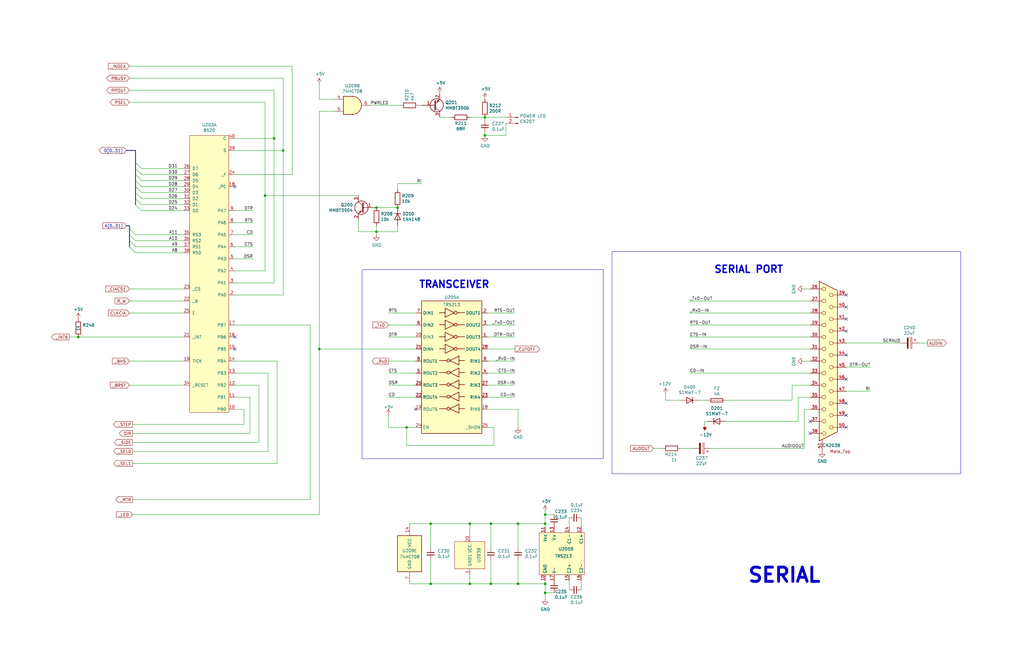
<source format=kicad_sch>
(kicad_sch (version 20231120) (generator "eeschema") (generator_version "8.0")
  (paper "B")
  (title_block (title "AMIGA PCI") (date "2024-07-03") (rev "4.0"))
  (lib_symbols
    (symbol "+5V_1" (power) (pin_numbers hide) (pin_names (offset 0) hide)
      (property "Value" "+5V" (at 0 3.556 0))
      (symbol "+5V_1_1_1"
        (pin power_in line (at 0 0 90) (length 0) (name "~") (number "1"))
      )
    )
    (symbol "74xx:74LS08" (pin_names (offset 1.016))
      (property "Reference" "U" (at 0 1.27 0))
      (property "Value" "74LS08" (at 0 -1.27 0))
      (symbol "74LS08_1_1"
        (pin input line (at -7.62 2.54 0) (length 3.81) (name "~") (number "1"))
        (pin input line (at -7.62 -2.54 0) (length 3.81) (name "~") (number "2"))
        (pin output line (at 7.62 0 180) (length 3.81) (name "~") (number "3"))
      )
      (symbol "74LS08_1_2"
        (pin input inverted (at -7.62 2.54 0) (length 4.318) (name "~") (number "1"))
        (pin input inverted (at -7.62 -2.54 0) (length 4.318) (name "~") (number "2"))
        (pin output inverted (at 7.62 0 180) (length 3.81) (name "~") (number "3"))
      )
      (symbol "74LS08_2_1"
        (pin input line (at -7.62 2.54 0) (length 3.81) (name "~") (number "4"))
        (pin input line (at -7.62 -2.54 0) (length 3.81) (name "~") (number "5"))
        (pin output line (at 7.62 0 180) (length 3.81) (name "~") (number "6"))
      )
      (symbol "74LS08_2_2"
        (pin input inverted (at -7.62 2.54 0) (length 4.318) (name "~") (number "4"))
        (pin input inverted (at -7.62 -2.54 0) (length 4.318) (name "~") (number "5"))
        (pin output inverted (at 7.62 0 180) (length 3.81) (name "~") (number "6"))
      )
      (symbol "74LS08_3_1"
        (pin input line (at -7.62 -2.54 0) (length 3.81) (name "~") (number "10"))
        (pin output line (at 7.62 0 180) (length 3.81) (name "~") (number "8"))
        (pin input line (at -7.62 2.54 0) (length 3.81) (name "~") (number "9"))
      )
      (symbol "74LS08_3_2"
        (pin input inverted (at -7.62 -2.54 0) (length 4.318) (name "~") (number "10"))
        (pin output inverted (at 7.62 0 180) (length 3.81) (name "~") (number "8"))
        (pin input inverted (at -7.62 2.54 0) (length 4.318) (name "~") (number "9"))
      )
      (symbol "74LS08_4_1"
        (pin output line (at 7.62 0 180) (length 3.81) (name "~") (number "11"))
        (pin input line (at -7.62 2.54 0) (length 3.81) (name "~") (number "12"))
        (pin input line (at -7.62 -2.54 0) (length 3.81) (name "~") (number "13"))
      )
      (symbol "74LS08_4_2"
        (pin output inverted (at 7.62 0 180) (length 3.81) (name "~") (number "11"))
        (pin input inverted (at -7.62 2.54 0) (length 4.318) (name "~") (number "12"))
        (pin input inverted (at -7.62 -2.54 0) (length 4.318) (name "~") (number "13"))
      )
      (symbol "74LS08_5_0"
        (pin power_in line (at 0 12.7 270) (length 5.08) (name "VCC") (number "14"))
        (pin power_in line (at 0 -12.7 90) (length 5.08) (name "GND") (number "7"))
      )
    )
    (symbol "AmigaPCI-Symbols:DB25_Stack_FemaleAndMale" (pin_names (offset 1.016) hide)
      (property "Reference" "J" (at 0 34.29 0))
      (property "Value" "DB25_Stack_FemaleAndMale" (at 12.7 -35.56 0))
      (symbol "DB25_Stack_FemaleAndMale_1_0"
        (text "Female_Bottom" (at 0 -38.1 0) (effects (font (size 1.27 1.27))))
      )
      (symbol "DB25_Stack_FemaleAndMale_1_1"
        (pin passive line (at -7.62 30.48 0) (length 3.81) (name "1") (number "1"))
        (pin passive line (at -7.62 -15.24 0) (length 3.81) (name "10") (number "10"))
        (pin passive line (at -7.62 -20.32 0) (length 3.81) (name "11") (number "11"))
        (pin passive line (at -7.62 -25.4 0) (length 3.81) (name "12") (number "12"))
        (pin passive line (at -7.62 -30.48 0) (length 3.81) (name "13") (number "13"))
        (pin passive line (at 7.62 27.94 180) (length 3.81) (name "P14") (number "14"))
        (pin passive line (at 7.62 22.86 180) (length 3.81) (name "P15") (number "15"))
        (pin passive line (at 7.62 17.78 180) (length 3.81) (name "P16") (number "16"))
        (pin passive line (at 7.62 12.7 180) (length 3.81) (name "P17") (number "17"))
        (pin passive line (at 7.62 7.62 180) (length 3.81) (name "P18") (number "18"))
        (pin passive line (at 7.62 2.54 180) (length 3.81) (name "P19") (number "19"))
        (pin passive line (at -7.62 25.4 0) (length 3.81) (name "2") (number "2"))
        (pin passive line (at 7.62 -2.54 180) (length 3.81) (name "P20") (number "20"))
        (pin passive line (at 7.62 -7.62 180) (length 3.81) (name "P21") (number "21"))
        (pin passive line (at 7.62 -12.7 180) (length 3.81) (name "P22") (number "22"))
        (pin passive line (at 7.62 -17.78 180) (length 3.81) (name "P23") (number "23"))
        (pin passive line (at 7.62 -22.86 180) (length 3.81) (name "P24") (number "24"))
        (pin passive line (at 7.62 -27.94 180) (length 3.81) (name "P25") (number "25"))
        (pin passive line (at -7.62 20.32 0) (length 3.81) (name "3") (number "3"))
        (pin passive line (at -7.62 15.24 0) (length 3.81) (name "4") (number "4"))
        (pin passive line (at -7.62 10.16 0) (length 3.81) (name "5") (number "5"))
        (pin passive line (at -7.62 5.08 0) (length 3.81) (name "6") (number "6"))
        (pin passive line (at -7.62 0 0) (length 3.81) (name "7") (number "7"))
        (pin passive line (at -7.62 -5.08 0) (length 3.81) (name "8") (number "8"))
        (pin passive line (at -7.62 -10.16 0) (length 3.81) (name "9") (number "9"))
      )
      (symbol "DB25_Stack_FemaleAndMale_2_0"
        (text "Male_Top" (at 5.08 -38.1 0) (effects (font (size 1.27 1.27))))
        (pin power_in line (at -2.54 -38.1 90) (length 5.02) (name "GND") (number "51"))
      )
      (symbol "DB25_Stack_FemaleAndMale_2_1"
        (pin passive line (at -7.62 30.48 0) (length 3.81) (name "26") (number "26"))
        (pin passive line (at -7.62 25.4 0) (length 3.81) (name "27") (number "27"))
        (pin passive line (at -7.62 20.32 0) (length 3.81) (name "28") (number "28"))
        (pin passive line (at -7.62 15.24 0) (length 3.81) (name "29") (number "29"))
        (pin passive line (at -7.62 10.16 0) (length 3.81) (name "30") (number "30"))
        (pin passive line (at -7.62 5.08 0) (length 3.81) (name "31") (number "31"))
        (pin passive line (at -7.62 0 0) (length 3.81) (name "32") (number "32"))
        (pin passive line (at -7.62 -5.08 0) (length 3.81) (name "33") (number "33"))
        (pin passive line (at -7.62 -10.16 0) (length 3.81) (name "34") (number "34"))
        (pin passive line (at -7.62 -15.24 0) (length 3.81) (name "35") (number "35"))
        (pin passive line (at -7.62 -20.32 0) (length 3.81) (name "36") (number "36"))
        (pin passive line (at -7.62 -25.4 0) (length 3.81) (name "37") (number "37"))
        (pin passive line (at -7.62 -30.48 0) (length 3.81) (name "38") (number "38"))
        (pin passive line (at 7.62 27.94 180) (length 3.81) (name "39") (number "39"))
        (pin passive line (at 7.62 22.86 180) (length 3.81) (name "40") (number "40"))
        (pin passive line (at 7.62 17.78 180) (length 3.81) (name "41") (number "41"))
        (pin passive line (at 7.62 12.7 180) (length 3.81) (name "42") (number "42"))
        (pin passive line (at 7.62 7.62 180) (length 3.81) (name "43") (number "43"))
        (pin passive line (at 7.62 2.54 180) (length 3.81) (name "44") (number "44"))
        (pin passive line (at 7.62 -2.54 180) (length 3.81) (name "45") (number "45"))
        (pin passive line (at 7.62 -7.62 180) (length 3.81) (name "46") (number "46"))
        (pin passive line (at 7.62 -12.7 180) (length 3.81) (name "47") (number "47"))
        (pin passive line (at 7.62 -17.78 180) (length 3.81) (name "48") (number "48"))
        (pin passive line (at 7.62 -22.86 180) (length 3.81) (name "49") (number "49"))
        (pin passive line (at 7.62 -27.94 180) (length 3.81) (name "50") (number "50"))
      )
    )
    (symbol "AmigaPCI-Symbols:MOS 8520" (pin_names (offset 1.016))
      (property "Reference" "U" (at 0 53.34 0))
      (property "Value" "8520" (at 0 40.64 0))
      (symbol "MOS 8520_1_1"
        (pin bidirectional line (at 10.16 -63.5 180) (length 2.54) (name "PB0") (number "10"))
        (pin bidirectional line (at 10.16 -58.42 180) (length 2.54) (name "PB1") (number "11"))
        (pin bidirectional line (at 10.16 -53.34 180) (length 2.54) (name "PB2") (number "12"))
        (pin bidirectional line (at 10.16 -48.26 180) (length 2.54) (name "PB3") (number "13"))
        (pin bidirectional line (at 10.16 -43.18 180) (length 2.54) (name "PB4") (number "14"))
        (pin bidirectional line (at 10.16 -38.1 180) (length 2.54) (name "PB5") (number "15"))
        (pin bidirectional line (at 10.16 -33.02 180) (length 2.54) (name "PB6") (number "16"))
        (pin bidirectional line (at 10.16 -27.94 180) (length 2.54) (name "PB7") (number "17"))
        (pin output line (at 10.16 30.48 180) (length 2.54) (name "_PC") (number "18"))
        (pin input line (at -11.43 -43.18 0) (length 2.54) (name "TICK") (number "19"))
        (pin bidirectional line (at 10.16 -15.24 180) (length 2.54) (name "PA0") (number "2"))
        (pin output line (at -11.43 -33.02 0) (length 2.54) (name "_INT") (number "21"))
        (pin input line (at -11.43 -17.78 0) (length 2.54) (name "_W") (number "22"))
        (pin input line (at -11.43 -12.7 0) (length 2.54) (name "_CS") (number "23"))
        (pin input line (at 10.16 35.56 180) (length 2.54) (name "_F") (number "24"))
        (pin input line (at -11.43 -22.86 0) (length 2.54) (name "E") (number "25"))
        (pin bidirectional line (at -11.43 38.1 0) (length 2.54) (name "D7") (number "26"))
        (pin bidirectional line (at -11.43 35.56 0) (length 2.54) (name "D6") (number "27"))
        (pin bidirectional line (at -11.43 33.02 0) (length 2.54) (name "D5") (number "28"))
        (pin bidirectional line (at -11.43 30.48 0) (length 2.54) (name "D4") (number "29"))
        (pin bidirectional line (at 10.16 -10.16 180) (length 2.54) (name "PA1") (number "3"))
        (pin bidirectional line (at -11.43 27.94 0) (length 2.54) (name "D3") (number "30"))
        (pin bidirectional line (at -11.43 25.4 0) (length 2.54) (name "D2") (number "31"))
        (pin bidirectional line (at -11.43 22.86 0) (length 2.54) (name "D1") (number "32"))
        (pin bidirectional line (at -11.43 20.32 0) (length 2.54) (name "D0") (number "33"))
        (pin input line (at -11.43 -53.34 0) (length 2.54) (name "_RESET") (number "34"))
        (pin input line (at -11.43 10.16 0) (length 2.54) (name "RS3") (number "35"))
        (pin input line (at -11.43 7.62 0) (length 2.54) (name "RS2") (number "36"))
        (pin input line (at -11.43 5.08 0) (length 2.54) (name "RS1") (number "37"))
        (pin input line (at -11.43 2.54 0) (length 2.54) (name "RS0") (number "38"))
        (pin input line (at 10.16 45.72 180) (length 2.54) (name "S") (number "39"))
        (pin bidirectional line (at 10.16 -5.08 180) (length 2.54) (name "PA2") (number "4"))
        (pin input line (at 10.16 50.8 180) (length 2.54) (name "C") (number "40"))
        (pin bidirectional line (at 10.16 0 180) (length 2.54) (name "PA3") (number "5"))
        (pin bidirectional line (at 10.16 5.08 180) (length 2.54) (name "PA4") (number "6"))
        (pin bidirectional line (at 10.16 10.16 180) (length 2.54) (name "PA5") (number "7"))
        (pin bidirectional line (at 10.16 15.24 180) (length 2.54) (name "PA6") (number "8"))
        (pin bidirectional line (at 10.16 20.32 180) (length 2.54) (name "PA7") (number "9"))
      )
      (symbol "MOS 8520_2_1"
        (pin power_in line (at 0 -7.62 90) (length 2.54) (name "GND1") (number "1"))
        (pin power_in line (at 0 8.89 270) (length 2.54) (name "VCC") (number "20"))
      )
    )
    (symbol "AmigaPCI-Symbols:TRS213"
      (property "Reference" "U" (at 12.7 33.02 0))
      (property "Value" "TRS213" (at 12.7 30.48 0))
      (symbol "TRS213_1_0"
        (pin input line (at 15.24 -17.78 180) (length 2.54) (name "RIN5") (number "18"))
        (pin output line (at -15.24 -17.78 0) (length 2.54) (name "ROUT5") (number "19"))
        (pin input line (at -15.24 12.7 0) (length 2.54) (name "DIN3") (number "20"))
        (pin input line (at -15.24 7.62 0) (length 2.54) (name "DIN4") (number "21"))
        (pin input line (at -15.24 7.62 0) (length 2.54) (name "DIN4") (number "21"))
        (pin output line (at -15.24 -12.7 0) (length 2.54) (name "ROUT4") (number "22"))
        (pin output line (at -15.24 -12.7 0) (length 2.54) (name "ROUT4") (number "22"))
        (pin input line (at 15.24 -12.7 180) (length 2.54) (name "RIN4") (number "23"))
        (pin input line (at 15.24 -12.7 180) (length 2.54) (name "RIN4") (number "23"))
        (pin input line (at -15.24 -25.4 0) (length 2.54) (name "EN") (number "24"))
        (pin input line (at 15.24 -25.4 180) (length 2.54) (name "_SHDN") (number "25"))
        (pin output line (at -15.24 -7.62 0) (length 2.54) (name "ROUT3") (number "26"))
        (pin output line (at -15.24 -7.62 0) (length 2.54) (name "ROUT3") (number "26"))
        (pin input line (at 15.24 -7.62 180) (length 2.54) (name "RIN3") (number "27"))
        (pin input line (at 15.24 -7.62 180) (length 2.54) (name "RIN3") (number "27"))
        (pin output line (at 15.24 7.62 180) (length 2.54) (name "DOUT4") (number "28"))
        (pin output line (at 15.24 7.62 180) (length 2.54) (name "DOUT4") (number "28"))
      )
      (symbol "TRS213_1_1"
        (pin output line (at 15.24 12.7 180) (length 2.54) (name "DOUT3") (number "1"))
        (pin output line (at 15.24 12.7 180) (length 2.54) (name "DOUT3") (number "1"))
        (pin output line (at 15.24 22.86 180) (length 2.54) (name "DOUT1") (number "2"))
        (pin output line (at 15.24 22.86 180) (length 2.54) (name "DOUT1") (number "2"))
        (pin output line (at 15.24 17.78 180) (length 2.54) (name "DOUT2") (number "3"))
        (pin output line (at 15.24 17.78 180) (length 2.54) (name "DOUT2") (number "3"))
        (pin input line (at 15.24 -2.54 180) (length 2.54) (name "RIN2") (number "4"))
        (pin input line (at 15.24 -2.54 180) (length 2.54) (name "RIN2") (number "4"))
        (pin output line (at -15.24 -2.54 0) (length 2.54) (name "ROUT2") (number "5"))
        (pin output line (at -15.24 -2.54 0) (length 2.54) (name "ROUT2") (number "5"))
        (pin input line (at -15.24 17.78 0) (length 2.54) (name "DIN2") (number "6"))
        (pin input line (at -15.24 17.78 0) (length 2.54) (name "DIN2") (number "6"))
        (pin input line (at -15.24 22.86 0) (length 2.54) (name "DIN1") (number "7"))
        (pin input line (at -15.24 22.86 0) (length 2.54) (name "DIN1") (number "7"))
        (pin output line (at -15.24 2.54 0) (length 2.54) (name "ROUT1") (number "8"))
        (pin output line (at -15.24 2.54 0) (length 2.54) (name "ROUT1") (number "8"))
        (pin input line (at 15.24 2.54 180) (length 2.54) (name "RIN1") (number "9"))
        (pin input line (at 15.24 2.54 180) (length 2.54) (name "RIN1") (number "9"))
      )
      (symbol "TRS213_2_0"
        (pin passive line (at -3.81 -11.43 90) (length 2.54) (name "V-") (number "17"))
      )
      (symbol "TRS213_2_1"
        (pin power_in line (at -7.62 -11.43 90) (length 2.54) (name "GND") (number "10"))
        (pin power_in line (at -7.62 11.43 270) (length 2.54) (name "Vcc") (number "11"))
        (pin passive line (at 7.62 11.43 270) (length 2.54) (name "C1+") (number "12"))
        (pin passive line (at -3.81 11.43 270) (length 2.54) (name "V+") (number "13"))
        (pin passive line (at 2.54 11.43 270) (length 2.54) (name "C1-") (number "14"))
        (pin passive line (at 2.54 -11.43 90) (length 2.54) (name "C2+") (number "15"))
        (pin passive line (at 7.62 -11.43 90) (length 2.54) (name "C2-") (number "16"))
      )
    )
    (symbol "Connector:Conn_01x02_Pin" (pin_names (offset 1.016) hide)
      (property "Reference" "J" (at 0 2.54 0))
      (property "Value" "Conn_01x02_Pin" (at 0 -5.08 0))
      (symbol "Conn_01x02_Pin_1_1"
        (pin passive line (at 5.08 0 180) (length 3.81) (name "Pin_1") (number "1"))
        (pin passive line (at 5.08 -2.54 180) (length 3.81) (name "Pin_2") (number "2"))
      )
    )
    (symbol "Device:C_Polarized" (pin_numbers hide) (pin_names (offset 0.254))
      (property "Reference" "C" (at 0.635 2.54 0))
      (property "Value" "C_Polarized" (at 0.635 -2.54 0))
      (symbol "C_Polarized_1_1"
        (pin passive line (at 0 3.81 270) (length 2.794) (name "~") (number "1"))
        (pin passive line (at 0 -3.81 90) (length 2.794) (name "~") (number "2"))
      )
    )
    (symbol "Device:C_Small" (pin_numbers hide) (pin_names (offset 0.254) hide)
      (property "Reference" "C" (at 0.254 1.778 0))
      (property "Value" "C_Small" (at 0.254 -2.032 0))
      (symbol "C_Small_1_1"
        (pin passive line (at 0 2.54 270) (length 2.032) (name "~") (number "1"))
        (pin passive line (at 0 -2.54 90) (length 2.032) (name "~") (number "2"))
      )
    )
    (symbol "Device:Fuse" (pin_numbers hide) (pin_names (offset 0))
      (property "Reference" "F" (at 2.032 0 90))
      (property "Value" "Fuse" (at -1.905 0 90))
      (symbol "Fuse_1_1"
        (pin passive line (at 0 3.81 270) (length 1.27) (name "~") (number "1"))
        (pin passive line (at 0 -3.81 90) (length 1.27) (name "~") (number "2"))
      )
    )
    (symbol "Device:R" (pin_numbers hide) (pin_names (offset 0))
      (property "Reference" "R" (at 2.032 0 90))
      (property "Value" "R" (at 0 0 90))
      (symbol "R_1_1"
        (pin passive line (at 0 3.81 270) (length 1.27) (name "~") (number "1"))
        (pin passive line (at 0 -3.81 90) (length 1.27) (name "~") (number "2"))
      )
    )
    (symbol "Diode:1N4001" (pin_numbers hide) (pin_names hide)
      (property "Reference" "D" (at 0 2.54 0))
      (property "Value" "1N4001" (at 0 -2.54 0))
      (symbol "1N4001_1_1"
        (pin passive line (at -3.81 0 0) (length 2.54) (name "K") (number "1"))
        (pin passive line (at 3.81 0 180) (length 2.54) (name "A") (number "2"))
      )
    )
    (symbol "Diode:1N4148" (pin_numbers hide) (pin_names hide)
      (property "Reference" "D" (at 0 2.54 0))
      (property "Value" "1N4148" (at 0 -2.54 0))
      (symbol "1N4148_1_1"
        (pin passive line (at -3.81 0 0) (length 2.54) (name "K") (number "1"))
        (pin passive line (at 3.81 0 180) (length 2.54) (name "A") (number "2"))
      )
    )
    (symbol "Transistor_BJT:MMBT3904" (pin_names (offset 0) hide)
      (property "Reference" "Q" (at 5.08 1.905 0))
      (property "Value" "MMBT3904" (at 5.08 0 0))
      (symbol "MMBT3904_1_1"
        (pin input line (at -5.08 0 0) (length 5.715) (name "B") (number "1"))
        (pin passive line (at 2.54 -5.08 90) (length 2.54) (name "E") (number "2"))
        (pin passive line (at 2.54 5.08 270) (length 2.54) (name "C") (number "3"))
      )
    )
    (symbol "Transistor_BJT:MMBT3906" (pin_names (offset 0) hide)
      (property "Reference" "Q" (at 5.08 1.905 0))
      (property "Value" "MMBT3906" (at 5.08 0 0))
      (symbol "MMBT3906_1_1"
        (pin input line (at -5.08 0 0) (length 5.715) (name "B") (number "1"))
        (pin passive line (at 2.54 -5.08 90) (length 2.54) (name "E") (number "2"))
        (pin passive line (at 2.54 5.08 270) (length 2.54) (name "C") (number "3"))
      )
    )
    (symbol "power:+12V" (power) (pin_names (offset 0))
      (property "Value" "+12V" (at 0 3.556 0))
      (symbol "+12V_1_1"
        (pin power_in line (at 0 0 90) (length 0) hide (name "+12V") (number "1"))
      )
    )
    (symbol "power:+5V" (power) (pin_names (offset 0))
      (property "Value" "+5V" (at 0 3.556 0))
      (symbol "+5V_1_1"
        (pin power_in line (at 0 0 90) (length 0) hide (name "+5V") (number "1"))
      )
    )
    (symbol "power:-12V" (power) (pin_names (offset 0))
      (property "Value" "-12V" (at 0 3.81 0))
      (symbol "-12V_0_0"
        (pin power_in line (at 0 0 90) (length 0) hide (name "-12V") (number "1"))
      )
    )
    (symbol "power:GND" (power) (pin_names (offset 0))
      (property "Value" "GND" (at 0 -3.81 0))
      (symbol "GND_1_1"
        (pin power_in line (at 0 0 270) (length 0) hide (name "GND") (number "1"))
      )
    )
  )
  (junction (at 181.61 246.38))
  (junction (at 218.44 246.38))
  (junction (at 171.45 180.34))
  (junction (at 204.47 49.53))
  (junction (at 198.12 246.38))
  (junction (at 229.87 217.17))
  (junction (at 134.62 147.32))
  (junction (at 229.87 250.19))
  (junction (at 229.87 220.98))
  (junction (at 229.87 246.38))
  (junction (at 119.38 63.5))
  (junction (at 207.01 246.38))
  (junction (at 158.75 97.79))
  (junction (at 111.76 82.55))
  (junction (at 115.57 58.42))
  (junction (at 218.44 220.98))
  (junction (at 33.02 142.24))
  (junction (at 204.47 57.15))
  (junction (at 167.64 87.63))
  (junction (at 198.12 220.98))
  (junction (at 158.75 87.63))
  (junction (at 207.01 220.98))
  (junction (at 181.61 220.98))
  (no_connect (at 175.26 172.72))
  (no_connect (at 356.87 124.46))
  (no_connect (at 341.63 182.88))
  (no_connect (at 356.87 129.54))
  (no_connect (at 356.87 149.86))
  (no_connect (at 356.87 139.7))
  (no_connect (at 99.06 78.74))
  (no_connect (at 356.87 180.34))
  (no_connect (at 99.06 142.24))
  (no_connect (at 99.06 147.32))
  (no_connect (at 356.87 134.62))
  (no_connect (at 356.87 170.18))
  (no_connect (at 341.63 177.8))
  (no_connect (at 356.87 175.26))
  (no_connect (at 356.87 160.02))
  (bus_entry (at 59.69 71.12) (size -2.54 -2.54))
  (bus_entry (at 59.69 83.82) (size -2.54 -2.54))
  (bus_entry (at 59.69 86.36) (size -2.54 -2.54))
  (bus_entry (at 57.15 104.14) (size -2.54 -2.54))
  (bus_entry (at 59.69 81.28) (size -2.54 -2.54))
  (bus_entry (at 59.69 73.66) (size -2.54 -2.54))
  (bus_entry (at 59.69 76.2) (size -2.54 -2.54))
  (bus_entry (at 59.69 78.74) (size -2.54 -2.54))
  (bus_entry (at 57.15 99.06) (size -2.54 -2.54))
  (bus_entry (at 57.15 106.68) (size -2.54 -2.54))
  (bus_entry (at 59.69 88.9) (size -2.54 -2.54))
  (bus_entry (at 57.15 101.6) (size -2.54 -2.54))
  (wire (pts (xy 290.83 142.24) (xy 341.63 142.24)))
  (wire (pts (xy 198.12 246.38) (xy 207.01 246.38)))
  (wire (pts (xy 33.02 142.24) (xy 29.21 142.24)))
  (wire (pts (xy 205.74 142.24) (xy 217.17 142.24)))
  (wire (pts (xy 163.83 132.08) (xy 175.26 132.08)))
  (bus (pts (xy 54.61 96.52) (xy 54.61 99.06)))
  (wire (pts (xy 171.45 180.34) (xy 171.45 187.96)))
  (wire (pts (xy 198.12 220.98) (xy 198.12 226.06)))
  (wire (pts (xy 356.87 154.94) (xy 367.03 154.94)))
  (wire (pts (xy 171.45 187.96) (xy 208.28 187.96)))
  (wire (pts (xy 163.83 162.56) (xy 175.26 162.56)))
  (wire (pts (xy 185.42 49.53) (xy 190.5 49.53)))
  (wire (pts (xy 229.87 217.17) (xy 229.87 220.98)))
  (bus (pts (xy 57.15 81.28) (xy 57.15 83.82)))
  (wire (pts (xy 77.47 86.36) (xy 59.69 86.36)))
  (wire (pts (xy 204.47 57.15) (xy 213.36 57.15)))
  (bus (pts (xy 57.15 68.58) (xy 57.15 71.12)))
  (wire (pts (xy 240.03 222.25) (xy 240.03 218.44)))
  (wire (pts (xy 55.88 217.17) (xy 134.62 217.17)))
  (bus (pts (xy 57.15 71.12) (xy 57.15 73.66)))
  (wire (pts (xy 116.84 195.58) (xy 55.88 195.58)))
  (wire (pts (xy 119.38 124.46) (xy 99.06 124.46)))
  (wire (pts (xy 134.62 46.99) (xy 140.97 46.99)))
  (wire (pts (xy 240.03 245.11) (xy 240.03 248.92)))
  (wire (pts (xy 205.74 172.72) (xy 218.44 172.72)))
  (bus (pts (xy 57.15 63.5) (xy 57.15 68.58)))
  (wire (pts (xy 341.63 172.72) (xy 339.09 172.72)))
  (wire (pts (xy 54.61 121.92) (xy 77.47 121.92)))
  (wire (pts (xy 134.62 41.91) (xy 134.62 35.56)))
  (wire (pts (xy 59.69 78.74) (xy 77.47 78.74)))
  (wire (pts (xy 207.01 220.98) (xy 218.44 220.98)))
  (wire (pts (xy 99.06 58.42) (xy 115.57 58.42)))
  (wire (pts (xy 163.83 152.4) (xy 175.26 152.4)))
  (bus (pts (xy 57.15 76.2) (xy 57.15 78.74)))
  (wire (pts (xy 163.83 180.34) (xy 171.45 180.34)))
  (wire (pts (xy 113.03 157.48) (xy 113.03 190.5)))
  (wire (pts (xy 181.61 246.38) (xy 172.72 246.38)))
  (wire (pts (xy 119.38 33.02) (xy 54.61 33.02)))
  (wire (pts (xy 99.06 99.06) (xy 106.68 99.06)))
  (wire (pts (xy 77.47 162.56) (xy 54.61 162.56)))
  (wire (pts (xy 204.47 55.88) (xy 204.47 57.15)))
  (wire (pts (xy 306.07 177.8) (xy 336.55 177.8)))
  (wire (pts (xy 198.12 49.53) (xy 204.47 49.53)))
  (wire (pts (xy 77.47 142.24) (xy 33.02 142.24)))
  (wire (pts (xy 205.74 132.08) (xy 217.17 132.08)))
  (wire (pts (xy 77.47 81.28) (xy 59.69 81.28)))
  (wire (pts (xy 130.81 137.16) (xy 130.81 210.82)))
  (wire (pts (xy 290.83 127) (xy 341.63 127)))
  (wire (pts (xy 99.06 109.22) (xy 106.68 109.22)))
  (wire (pts (xy 280.67 166.37) (xy 280.67 168.91)))
  (wire (pts (xy 111.76 82.55) (xy 111.76 114.3)))
  (wire (pts (xy 229.87 220.98) (xy 229.87 222.25)))
  (bus (pts (xy 53.34 95.25) (xy 54.61 95.25)))
  (wire (pts (xy 77.47 127) (xy 54.61 127)))
  (wire (pts (xy 99.06 162.56) (xy 109.22 162.56)))
  (wire (pts (xy 115.57 38.1) (xy 54.61 38.1)))
  (wire (pts (xy 163.83 137.16) (xy 175.26 137.16)))
  (wire (pts (xy 99.06 73.66) (xy 123.19 73.66)))
  (wire (pts (xy 205.74 167.64) (xy 217.17 167.64)))
  (wire (pts (xy 181.61 220.98) (xy 198.12 220.98)))
  (wire (pts (xy 115.57 58.42) (xy 115.57 38.1)))
  (wire (pts (xy 205.74 162.56) (xy 217.17 162.56)))
  (wire (pts (xy 102.87 172.72) (xy 102.87 179.07)))
  (wire (pts (xy 290.83 137.16) (xy 341.63 137.16)))
  (wire (pts (xy 334.01 168.91) (xy 334.01 162.56)))
  (wire (pts (xy 339.09 152.4) (xy 341.63 152.4)))
  (wire (pts (xy 356.87 144.78) (xy 379.73 144.78)))
  (wire (pts (xy 158.75 97.79) (xy 167.64 97.79)))
  (wire (pts (xy 167.64 77.47) (xy 177.8 77.47)))
  (wire (pts (xy 336.55 167.64) (xy 341.63 167.64)))
  (wire (pts (xy 204.47 49.53) (xy 204.47 50.8)))
  (wire (pts (xy 111.76 82.55) (xy 151.13 82.55)))
  (wire (pts (xy 59.69 83.82) (xy 77.47 83.82)))
  (wire (pts (xy 163.83 175.26) (xy 163.83 180.34)))
  (wire (pts (xy 113.03 190.5) (xy 55.88 190.5)))
  (wire (pts (xy 57.15 106.68) (xy 77.47 106.68)))
  (wire (pts (xy 163.83 157.48) (xy 175.26 157.48)))
  (wire (pts (xy 77.47 99.06) (xy 57.15 99.06)))
  (wire (pts (xy 156.21 44.45) (xy 168.91 44.45)))
  (wire (pts (xy 134.62 46.99) (xy 134.62 147.32)))
  (wire (pts (xy 172.72 220.98) (xy 181.61 220.98)))
  (wire (pts (xy 181.61 246.38) (xy 198.12 246.38)))
  (wire (pts (xy 198.12 242.57) (xy 198.12 246.38)))
  (wire (pts (xy 115.57 119.38) (xy 99.06 119.38)))
  (wire (pts (xy 158.75 87.63) (xy 167.64 87.63)))
  (wire (pts (xy 77.47 152.4) (xy 54.61 152.4)))
  (wire (pts (xy 218.44 236.22) (xy 218.44 246.38)))
  (wire (pts (xy 213.36 52.07) (xy 213.36 57.15)))
  (wire (pts (xy 176.53 44.45) (xy 177.8 44.45)))
  (wire (pts (xy 229.87 250.19) (xy 229.87 246.38)))
  (wire (pts (xy 290.83 132.08) (xy 341.63 132.08)))
  (bus (pts (xy 57.15 63.5) (xy 53.34 63.5)))
  (wire (pts (xy 245.11 245.11) (xy 245.11 248.92)))
  (bus (pts (xy 57.15 78.74) (xy 57.15 81.28)))
  (wire (pts (xy 181.61 220.98) (xy 181.61 231.14)))
  (wire (pts (xy 151.13 92.71) (xy 151.13 97.79)))
  (wire (pts (xy 205.74 157.48) (xy 217.17 157.48)))
  (wire (pts (xy 299.72 189.23) (xy 339.09 189.23)))
  (wire (pts (xy 123.19 27.94) (xy 54.61 27.94)))
  (wire (pts (xy 163.83 142.24) (xy 175.26 142.24)))
  (wire (pts (xy 77.47 76.2) (xy 59.69 76.2)))
  (wire (pts (xy 99.06 152.4) (xy 116.84 152.4)))
  (wire (pts (xy 229.87 250.19) (xy 233.68 250.19)))
  (wire (pts (xy 105.41 167.64) (xy 105.41 182.88)))
  (wire (pts (xy 218.44 220.98) (xy 229.87 220.98)))
  (wire (pts (xy 290.83 157.48) (xy 341.63 157.48)))
  (wire (pts (xy 163.83 167.64) (xy 175.26 167.64)))
  (wire (pts (xy 77.47 104.14) (xy 57.15 104.14)))
  (wire (pts (xy 207.01 220.98) (xy 207.01 231.14)))
  (wire (pts (xy 204.47 49.53) (xy 213.36 49.53)))
  (wire (pts (xy 218.44 246.38) (xy 229.87 246.38)))
  (wire (pts (xy 116.84 152.4) (xy 116.84 195.58)))
  (wire (pts (xy 77.47 101.6) (xy 57.15 101.6)))
  (wire (pts (xy 102.87 179.07) (xy 55.88 179.07)))
  (wire (pts (xy 167.64 80.01) (xy 167.64 77.47)))
  (bus (pts (xy 57.15 83.82) (xy 57.15 86.36)))
  (wire (pts (xy 290.83 147.32) (xy 341.63 147.32)))
  (wire (pts (xy 292.1 189.23) (xy 287.02 189.23)))
  (wire (pts (xy 181.61 236.22) (xy 181.61 246.38)))
  (wire (pts (xy 99.06 137.16) (xy 130.81 137.16)))
  (wire (pts (xy 208.28 187.96) (xy 208.28 180.34)))
  (wire (pts (xy 109.22 162.56) (xy 109.22 186.69)))
  (wire (pts (xy 111.76 43.18) (xy 54.61 43.18)))
  (bus (pts (xy 54.61 101.6) (xy 54.61 104.14)))
  (wire (pts (xy 387.35 144.78) (xy 391.16 144.78)))
  (wire (pts (xy 99.06 88.9) (xy 106.68 88.9)))
  (wire (pts (xy 115.57 58.42) (xy 115.57 119.38)))
  (wire (pts (xy 229.87 215.9) (xy 229.87 217.17)))
  (wire (pts (xy 134.62 147.32) (xy 134.62 217.17)))
  (wire (pts (xy 205.74 137.16) (xy 217.17 137.16)))
  (wire (pts (xy 279.4 189.23) (xy 275.59 189.23)))
  (wire (pts (xy 334.01 162.56) (xy 341.63 162.56)))
  (wire (pts (xy 140.97 41.91) (xy 134.62 41.91)))
  (wire (pts (xy 59.69 73.66) (xy 77.47 73.66)))
  (wire (pts (xy 207.01 246.38) (xy 218.44 246.38)))
  (wire (pts (xy 105.41 182.88) (xy 55.88 182.88)))
  (wire (pts (xy 339.09 121.92) (xy 341.63 121.92)))
  (wire (pts (xy 134.62 147.32) (xy 175.26 147.32)))
  (wire (pts (xy 151.13 97.79) (xy 158.75 97.79)))
  (bus (pts (xy 54.61 95.25) (xy 54.61 96.52)))
  (wire (pts (xy 356.87 165.1) (xy 367.03 165.1)))
  (wire (pts (xy 198.12 220.98) (xy 207.01 220.98)))
  (wire (pts (xy 158.75 97.79) (xy 158.75 95.25)))
  (wire (pts (xy 207.01 236.22) (xy 207.01 246.38)))
  (wire (pts (xy 99.06 63.5) (xy 119.38 63.5)))
  (wire (pts (xy 99.06 93.98) (xy 106.68 93.98)))
  (wire (pts (xy 229.87 245.11) (xy 229.87 246.38)))
  (wire (pts (xy 229.87 217.17) (xy 233.68 217.17)))
  (wire (pts (xy 111.76 82.55) (xy 111.76 43.18)))
  (wire (pts (xy 205.74 152.4) (xy 217.17 152.4)))
  (wire (pts (xy 99.06 157.48) (xy 113.03 157.48)))
  (wire (pts (xy 99.06 167.64) (xy 105.41 167.64)))
  (wire (pts (xy 167.64 97.79) (xy 167.64 95.25)))
  (wire (pts (xy 297.18 179.07) (xy 297.18 177.8)))
  (wire (pts (xy 229.87 252.73) (xy 229.87 250.19)))
  (wire (pts (xy 158.75 99.06) (xy 158.75 97.79)))
  (wire (pts (xy 218.44 220.98) (xy 218.44 231.14)))
  (wire (pts (xy 297.18 177.8) (xy 298.45 177.8)))
  (wire (pts (xy 130.81 210.82) (xy 55.88 210.82)))
  (wire (pts (xy 119.38 63.5) (xy 119.38 33.02)))
  (wire (pts (xy 306.07 168.91) (xy 334.01 168.91)))
  (wire (pts (xy 99.06 172.72) (xy 102.87 172.72)))
  (wire (pts (xy 99.06 114.3) (xy 111.76 114.3)))
  (wire (pts (xy 171.45 180.34) (xy 175.26 180.34)))
  (wire (pts (xy 245.11 222.25) (xy 245.11 218.44)))
  (wire (pts (xy 99.06 104.14) (xy 106.68 104.14)))
  (wire (pts (xy 339.09 172.72) (xy 339.09 189.23)))
  (wire (pts (xy 208.28 180.34) (xy 205.74 180.34)))
  (bus (pts (xy 57.15 73.66) (xy 57.15 76.2)))
  (wire (pts (xy 123.19 73.66) (xy 123.19 27.94)))
  (wire (pts (xy 77.47 88.9) (xy 59.69 88.9)))
  (wire (pts (xy 77.47 71.12) (xy 59.69 71.12)))
  (wire (pts (xy 218.44 172.72) (xy 218.44 180.34)))
  (wire (pts (xy 280.67 168.91) (xy 287.02 168.91)))
  (wire (pts (xy 119.38 63.5) (xy 119.38 124.46)))
  (wire (pts (xy 109.22 186.69) (xy 55.88 186.69)))
  (bus (pts (xy 54.61 99.06) (xy 54.61 101.6)))
  (wire (pts (xy 54.61 132.08) (xy 77.47 132.08)))
  (wire (pts (xy 298.45 168.91) (xy 294.64 168.91)))
  (wire (pts (xy 205.74 147.32) (xy 217.17 147.32)))
  (wire (pts (xy 336.55 177.8) (xy 336.55 167.64)))
  (rectangle (start 258.064 106.172) (end 405.13 199.898))
  (rectangle (start 152.654 113.792) (end 254.4 193.548))
  (text "SERIAL" (at 314.96 246.38 0) (effects (font (size 6 6) (thickness 1.2) (bold yes)) (justify left bottom)))
  (text "SERIAL PORT" (at 300.99 115.57 0) (effects (font (size 3 3) (thickness 0.6) (bold yes)) (justify left bottom)))
  (text "TRANSCEIVER" (at 176.53 121.92 0) (effects (font (size 3 3) (bold yes)) (justify left bottom)))
  (label "D27" (at 74.93 81.28 180) (effects (font (size 1.2954 1.2954))))
  (label "RI" (at 367.03 165.1 180))
  (label "_TxD-OUT" (at 290.83 127 0))
  (label "PWRLED" (at 156.21 44.45 0))
  (label "DTR-OUT" (at 367.03 154.94 180))
  (label "CTS-IN" (at 290.83 142.24 0))
  (label "D28" (at 74.93 78.74 180) (effects (font (size 1.2954 1.2954))))
  (label "CD" (at 163.83 167.64 0))
  (label "CTS" (at 106.68 104.14 180))
  (label "_RxD-IN" (at 290.83 132.08 0))
  (label "RTS-OUT" (at 217.17 132.08 180))
  (label "RTS" (at 163.83 132.08 0))
  (label "CTS" (at 163.83 157.48 0))
  (label "D26" (at 74.93 83.82 180) (effects (font (size 1.2954 1.2954))))
  (label "DSR-IN" (at 290.83 147.32 0))
  (label "CTS-IN" (at 217.17 157.48 180))
  (label "CD-IN" (at 217.17 167.64 180))
  (label "SERAUD" (at 379.73 144.78 180))
  (label "_RxD-IN" (at 217.17 152.4 180))
  (label "DTR" (at 163.83 142.24 0))
  (label "A10" (at 74.93 101.6 180) (effects (font (size 1.2954 1.2954))))
  (label "RTS-OUT" (at 290.83 137.16 0))
  (label "DTR" (at 106.68 88.9 180))
  (label "A8" (at 74.93 106.68 180) (effects (font (size 1.2954 1.2954))))
  (label "D25" (at 74.93 86.36 180) (effects (font (size 1.2954 1.2954))))
  (label "A11" (at 74.93 99.06 180) (effects (font (size 1.2954 1.2954))))
  (label "DSR" (at 163.83 162.56 0))
  (label "RTS" (at 106.68 93.98 180))
  (label "DSR-IN" (at 217.17 162.56 180))
  (label "CD-IN" (at 290.83 157.48 0))
  (label "RI" (at 177.8 77.47 180))
  (label "CD" (at 106.68 99.06 180))
  (label "DSR" (at 106.68 109.22 180))
  (label "D31" (at 74.93 71.12 180) (effects (font (size 1.2954 1.2954))))
  (label "DTR-OUT" (at 217.17 142.24 180))
  (label "D30" (at 74.93 73.66 180) (effects (font (size 1.2954 1.2954))))
  (label "_TxD-OUT" (at 217.17 137.16 180))
  (label "A9" (at 74.93 104.14 180) (effects (font (size 1.2954 1.2954))))
  (label "D29" (at 74.93 76.2 180) (effects (font (size 1.2954 1.2954))))
  (label "AUDIOOUT" (at 339.09 189.23 180))
  (label "D24" (at 74.93 88.9 180) (effects (font (size 1.2954 1.2954))))
  (global_label "_INDEX" (shape input) (at 54.61 27.94 180) (property "Intersheetrefs" "${INTERSHEET_REFS}" (at 45.1728 27.94 0) (effects (justify right))))
  (global_label "A[0..31]" (shape input) (at 53.34 95.25 180) (property "Intersheetrefs" "${INTERSHEET_REFS}" (at 42.8141 95.25 0) (effects (justify right))))
  (global_label "PSEL" (shape bidirectional) (at 54.61 43.18 180) (property "Intersheetrefs" "${INTERSHEET_REFS}" (at 45.9363 43.18 0) (effects (justify right))))
  (global_label "_SIDE" (shape output) (at 55.88 186.69 180) (property "Intersheetrefs" "${INTERSHEET_REFS}" (at 47.7733 186.69 0) (effects (justify right))))
  (global_label "AUDIN" (shape output) (at 391.16 144.78 0) (property "Intersheetrefs" "${INTERSHEET_REFS}" (at 399.6902 144.78 0) (effects (justify left))))
  (global_label "D[0..31]" (shape bidirectional) (at 53.34 63.5 180) (effects (font (size 1.2954 1.2954))) (property "Intersheetrefs" "${INTERSHEET_REFS}" (at 41.2856 63.5 0) (effects (justify right))))
  (global_label "AUDOUT" (shape input) (at 275.59 189.23 180) (property "Intersheetrefs" "${INTERSHEET_REFS}" (at 265.3665 189.23 0) (effects (justify right))))
  (global_label "_TxD" (shape input) (at 163.83 137.16 180) (property "Intersheetrefs" "${INTERSHEET_REFS}" (at 156.6909 137.16 0) (effects (justify right))))
  (global_label "_RxD" (shape output) (at 163.83 152.4 180) (property "Intersheetrefs" "${INTERSHEET_REFS}" (at 156.3885 152.4 0) (effects (justify right))))
  (global_label "PPOUT" (shape bidirectional) (at 54.61 38.1 180) (property "Intersheetrefs" "${INTERSHEET_REFS}" (at 44.4243 38.1 0) (effects (justify right))))
  (global_label "_SEL1" (shape output) (at 55.88 195.58 180) (property "Intersheetrefs" "${INTERSHEET_REFS}" (at 47.4105 195.58 0) (effects (justify right))))
  (global_label "DIR" (shape output) (at 55.88 182.88 180) (property "Intersheetrefs" "${INTERSHEET_REFS}" (at 49.8294 182.88 0) (effects (justify right))))
  (global_label "PBUSY" (shape bidirectional) (at 54.61 33.02 180) (property "Intersheetrefs" "${INTERSHEET_REFS}" (at 44.4243 33.02 0) (effects (justify right))))
  (global_label "R_W" (shape input) (at 54.61 127 180) (property "Intersheetrefs" "${INTERSHEET_REFS}" (at 47.9358 127 0) (effects (justify right))))
  (global_label "_MTR" (shape output) (at 55.88 210.82 180) (property "Intersheetrefs" "${INTERSHEET_REFS}" (at 48.3176 210.82 0) (effects (justify right))))
  (global_label "_CUTOFF" (shape output) (at 217.17 147.32 0) (property "Intersheetrefs" "${INTERSHEET_REFS}" (at 228.1192 147.32 0) (effects (justify left))))
  (global_label "_SEL0" (shape output) (at 55.88 190.5 180) (property "Intersheetrefs" "${INTERSHEET_REFS}" (at 47.4105 190.5 0) (effects (justify right))))
  (global_label "_STEP" (shape output) (at 55.88 179.07 180) (property "Intersheetrefs" "${INTERSHEET_REFS}" (at 47.4105 179.07 0) (effects (justify right))))
  (global_label "_BRST" (shape input) (at 54.61 162.56 180) (property "Intersheetrefs" "${INTERSHEET_REFS}" (at 46.0195 162.56 0) (effects (justify right))))
  (global_label "_BHS" (shape input) (at 54.61 152.4 180) (property "Intersheetrefs" "${INTERSHEET_REFS}" (at 46.9266 152.4 0) (effects (justify right))))
  (global_label "_LED" (shape input) (at 55.88 217.17 180) (property "Intersheetrefs" "${INTERSHEET_REFS}" (at 48.5595 217.17 0) (effects (justify right))))
  (global_label "_CIACS1" (shape input) (at 54.61 121.92 180) (property "Intersheetrefs" "${INTERSHEET_REFS}" (at 44.0048 121.92 0) (effects (justify right))))
  (global_label "CLKCIA" (shape input) (at 54.61 132.08 180) (property "Intersheetrefs" "${INTERSHEET_REFS}" (at 45.1727 132.08 0) (effects (justify right))))
  (global_label "_INT6" (shape output) (at 29.21 142.24 180) (property "Intersheetrefs" "${INTERSHEET_REFS}" (at 21.1448 142.24 0) (effects (justify right))))
  (symbol (lib_id "power:GND") (at 218.44 180.34 0) (unit 1)
    (property "Reference" "#PWR023" (effects (hide yes)))
    (property "Value" "GND" (at 218.44 184.4755 0))
  )
  (symbol (lib_id "Transistor_BJT:MMBT3904") (at 153.67 87.63 0) (mirror y) (unit 1)
    (property "Reference" "Q200" (at 148.8186 86.4616 0) (effects (justify left)))
    (property "Value" "MMBT3904" (at 148.8186 88.773 0) (effects (justify left)))
    (property "Footprint" "Package_TO_SOT_SMD:SOT-23" (effects (hide yes)))
    (property "Datasheet" "https://www.onsemi.com/pdf/datasheet/pzt3904-d.pdf" (effects (hide yes)))
    (instances (project "AmigaPCI Mainboard" (path "" (reference "Q200") (unit 1))) (project "2000ATX" (path "" (reference "Q300") (unit 1))))
  )
  (symbol (lib_id "Transistor_BJT:MMBT3906") (at 182.88 44.45 0) (mirror x) (unit 1)
    (property "Reference" "Q201" (at 187.7314 43.2816 0) (effects (justify left)))
    (property "Value" "MMBT3906" (at 187.7314 45.593 0) (effects (justify left)))
    (property "Footprint" "Package_TO_SOT_SMD:SOT-23" (effects (hide yes)))
    (property "Datasheet" "https://www.onsemi.com/pdf/datasheet/pzt3906-d.pdf" (effects (hide yes)))
    (instances (project "AmigaPCI Mainboard" (path "" (reference "Q201") (unit 1))) (project "2000ATX" (path "" (reference "Q302") (unit 1))))
  )
  (symbol (lib_id "Device:R") (at 172.72 44.45 90) (unit 1)
    (property "Reference" "R210" (at 171.5516 42.672 0) (effects (justify left)))
    (property "Value" "4k7" (at 173.863 42.672 0) (effects (justify left)))
    (property "Footprint" "Resistor_SMD:R_0603_1608Metric" (effects (hide yes)))
    (instances (project "AmigaPCI Mainboard" (path "" (reference "R210") (unit 1))) (project "2000ATX" (path "" (reference "R902") (unit 1))))
  )
  (symbol (lib_id "Device:C_Small") (at 218.44 233.68 0) (unit 1)
    (property "Reference" "C232" (at 221.361 232.5116 0) (effects (justify left)))
    (property "Value" "0.1uF" (at 221.361 234.823 0) (effects (justify left)))
    (property "Footprint" "Capacitor_SMD:C_0603_1608Metric" (effects (hide yes)))
    (instances (project "AmigaPCI Mainboard" (path "" (reference "C232") (unit 1))) (project "2000ATX" (path "" (reference "C301") (unit 1))))
  )
  (symbol (lib_id "power:+5V") (at 134.62 35.56 0) (unit 1)
    (property "Reference" "#PWR0139" (effects (hide yes)))
    (property "Value" "+5V" (at 135.001 31.1658 0))
    (instances (project "AmigaPCI Mainboard" (path "" (reference "#PWR0139") (unit 1))) (project "2000ATX" (path "" (reference "#PWR0292") (unit 1))))
  )
  (symbol (lib_id "Device:C_Small") (at 233.68 219.71 0) (mirror x) (unit 1)
    (property "Reference" "C233" (at 233.934 215.8746 0) (effects (justify left)))
    (property "Value" "0.1uF" (at 233.934 218.186 0) (effects (justify left)))
    (property "Footprint" "Capacitor_SMD:C_0603_1608Metric" (effects (hide yes)))
    (instances (project "AmigaPCI Mainboard" (path "" (reference "C233") (unit 1))) (project "2000ATX" (path "" (reference "C301") (unit 1))))
  )
  (symbol (lib_id "power:GND") (at 229.87 252.73 0) (unit 1)
    (property "Reference" "#PWR0165" (effects (hide yes)))
    (property "Value" "GND" (at 229.997 257.1242 0))
    (instances (project "AmigaPCI Mainboard" (path "" (reference "#PWR0165") (unit 1))) (project "2000ATX" (path "" (reference "#PWR0328") (unit 1))))
  )
  (symbol (lib_id "Device:R") (at 158.75 91.44 0) (unit 1)
    (property "Reference" "R208" (at 160.528 90.2716 0) (effects (justify left)))
    (property "Value" "10k" (at 160.528 92.583 0) (effects (justify left)))
    (property "Footprint" "Resistor_SMD:R_0603_1608Metric" (effects (hide yes)))
    (instances (project "AmigaPCI Mainboard" (path "" (reference "R208") (unit 1))) (project "2000ATX" (path "" (reference "R305") (unit 1))))
  )
  (symbol (lib_id "power:+5V") (at 185.42 39.37 0) (unit 1)
    (property "Reference" "#PWR0144" (effects (hide yes)))
    (property "Value" "+5V" (at 185.801 34.9758 0))
    (instances (project "AmigaPCI Mainboard" (path "" (reference "#PWR0144") (unit 1))) (project "2000ATX" (path "" (reference "#PWR0293") (unit 1))))
  )
  (symbol (lib_id "power:-12V") (at 297.18 179.07 0) (mirror x) (unit 1)
    (property "Reference" "#PWR0185" (effects (hide yes)))
    (property "Value" "-12V" (at 297.561 183.4642 0))
    (instances (project "AmigaPCI Mainboard" (path "" (reference "#PWR0185") (unit 1))) (project "2000ATX" (path "" (reference "#PWR0313") (unit 1))))
  )
  (symbol (lib_id "Device:C_Polarized") (at 295.91 189.23 270) (mirror x) (unit 1)
    (property "Reference" "C237" (at 295.91 193.2686 90))
    (property "Value" "22uF" (at 295.91 195.58 90))
    (property "Footprint" "Capacitor_THT:CP_Radial_D5.0mm_P2.00mm" (effects (hide yes)))
    (instances (project "AmigaPCI Mainboard" (path "" (reference "C237") (unit 1))) (project "2000ATX" (path "" (reference "C318") (unit 1)) (path "" (reference "C318") (unit 1))))
  )
  (symbol (lib_id "Device:R") (at 167.64 83.82 0) (unit 1)
    (property "Reference" "R209" (at 169.418 82.6516 0) (effects (justify left)))
    (property "Value" "10k" (at 169.418 84.963 0) (effects (justify left)))
    (property "Footprint" "Resistor_SMD:R_0603_1608Metric" (effects (hide yes)))
    (instances (project "AmigaPCI Mainboard" (path "" (reference "R209") (unit 1))) (project "2000ATX" (path "" (reference "R306") (unit 1))))
  )
  (symbol (lib_id "Diode:1N4001") (at 302.26 177.8 0) (mirror x) (unit 1)
    (property "Reference" "D201" (at 302.26 172.2882 0))
    (property "Value" "S1MWF-7" (at 302.26 174.5996 0))
    (property "Footprint" "Diode_SMD:D_SOD-123F" (effects (hide yes)))
    (property "Datasheet" "http://www.vishay.com/docs/88503/1n4001.pdf" (effects (hide yes)))
    (instances (project "AmigaPCI Mainboard" (path "" (reference "D201") (unit 1))) (project "2000ATX" (path "" (reference "D401") (unit 1))))
  )
  (symbol (lib_id "Device:R") (at 33.02 138.43 0) (unit 1)
    (property "Reference" "R248" (at 34.798 137.2616 0) (effects (justify left)))
    (property "Value" "1k" (at 33.02 139.7 90) (effects (justify left)))
    (property "Footprint" "Resistor_SMD:R_0603_1608Metric" (effects (hide yes)))
  )
  (symbol (lib_id "AmigaPCI-Symbols:MOS 8520") (at 198.12 234.95 0) (unit 2)
    (property "Reference" "U203" (at 201.93 237.49 90) (effects (justify left)))
    (property "Value" "8520" (effects (hide yes)))
    (property "Footprint" "Package_DIP:DIP-40_W15.24mm_Socket" (effects (hide yes)))
    (instances (project "AmigaPCI Mainboard" (path "" (reference "U203") (unit 2))) (project "2000ATX" (path "" (reference "U301") (unit 2))))
  )
  (symbol (lib_id "power:+5V") (at 163.83 175.26 0) (unit 1)
    (property "Reference" "#PWR083" (effects (hide yes)))
    (property "Value" "+5V" (at 163.83 171.7581 0))
  )
  (symbol (lib_id "Diode:1N4001") (at 290.83 168.91 0) (mirror y) (unit 1)
    (property "Reference" "D400" (at 290.83 163.3982 0))
    (property "Value" "S1MWF-7" (at 290.83 165.7096 0))
    (property "Footprint" "Diode_SMD:D_SOD-123F" (effects (hide yes)))
    (property "Datasheet" "http://www.vishay.com/docs/88503/1n4001.pdf" (effects (hide yes)))
  )
  (symbol (lib_id "Device:R") (at 204.47 45.72 0) (unit 1)
    (property "Reference" "R212" (at 206.248 44.5516 0) (effects (justify left)))
    (property "Value" "200R" (at 206.248 46.863 0) (effects (justify left)))
    (property "Footprint" "Resistor_SMD:R_0603_1608Metric" (effects (hide yes)))
    (instances (project "AmigaPCI Mainboard" (path "" (reference "R212") (unit 1))) (project "2000ATX" (path "" (reference "R308") (unit 1))))
  )
  (symbol (lib_name "+5V_1") (lib_id "power:+5V") (at 33.02 134.62 0) (unit 1)
    (property "Reference" "#PWR0132" (effects (hide yes)))
    (property "Value" "+5V" (at 33.02 130.556 0))
    (property "Description" "Power symbol creates a global label with name \"+5V\"" (effects (hide yes)))
  )
  (symbol (lib_id "power:GND") (at 158.75 99.06 0) (unit 1)
    (property "Reference" "#PWR0154" (effects (hide yes)))
    (property "Value" "GND" (at 158.877 103.4542 0))
    (instances (project "AmigaPCI Mainboard" (path "" (reference "#PWR0154") (unit 1))) (project "2000ATX" (path "" (reference "#PWR0315") (unit 1))))
  )
  (symbol (lib_id "Device:C_Small") (at 242.57 248.92 270) (unit 1)
    (property "Reference" "C236" (at 240.538 251.9426 90) (effects (justify left)))
    (property "Value" "0.1uF" (at 240.538 254.254 90) (effects (justify left)))
    (property "Footprint" "Capacitor_SMD:C_0603_1608Metric" (effects (hide yes)))
    (instances (project "AmigaPCI Mainboard" (path "" (reference "C236") (unit 1))) (project "2000ATX" (path "" (reference "C301") (unit 1))))
  )
  (symbol (lib_id "Device:C_Small") (at 181.61 233.68 0) (unit 1)
    (property "Reference" "C230" (at 184.531 232.5116 0) (effects (justify left)))
    (property "Value" "0.1uF" (at 184.531 234.823 0) (effects (justify left)))
    (property "Footprint" "Capacitor_SMD:C_0603_1608Metric" (effects (hide yes)))
    (instances (project "AmigaPCI Mainboard" (path "" (reference "C230") (unit 1))) (project "2000ATX" (path "" (reference "C303") (unit 1))))
  )
  (symbol (lib_id "Diode:1N4148") (at 167.64 91.44 270) (unit 1)
    (property "Reference" "D200" (at 169.672 90.2716 90) (effects (justify left)))
    (property "Value" "1N4148" (at 169.672 92.583 90) (effects (justify left)))
    (property "Footprint" "Diode_SMD:D_SOD-323" (effects (hide yes)))
    (property "Datasheet" "https://assets.nexperia.com/documents/data-sheet/1N4148_1N4448.pdf" (effects (hide yes)))
    (property "pART" "1N4148WSTR" (effects (hide yes)))
    (instances (project "AmigaPCI Mainboard" (path "" (reference "D200") (unit 1))) (project "2000ATX" (path "" (reference "D300") (unit 1))))
  )
  (symbol (lib_id "74xx:74LS08") (at 172.72 233.68 0) (unit 5)
    (property "Reference" "U209" (at 172.72 232.41 0))
    (property "Value" "74HCT08" (at 172.72 234.95 0))
    (property "Footprint" "Package_SO:TSSOP-14_4.4x5mm_P0.65mm" (effects (hide yes)))
    (property "Datasheet" "http://www.ti.com/lit/gpn/sn74LS08" (effects (hide yes)))
    (instances (project "AmigaPCI Mainboard" (path "" (reference "U209") (unit 5))) (project "2000ATX" (path "" (reference "U303") (unit 5))))
  )
  (symbol (lib_id "Device:C_Small") (at 233.68 247.65 0) (unit 1)
    (property "Reference" "C235" (at 233.934 249.682 0) (effects (justify left)))
    (property "Value" "0.1uF" (at 233.934 251.9934 0) (effects (justify left)))
    (property "Footprint" "Capacitor_SMD:C_0603_1608Metric" (effects (hide yes)))
    (instances (project "AmigaPCI Mainboard" (path "" (reference "C235") (unit 1))) (project "2000ATX" (path "" (reference "C301") (unit 1))))
  )
  (symbol (lib_id "power:+12V") (at 280.67 166.37 0) (mirror y) (unit 1)
    (property "Reference" "#PWR0184" (effects (hide yes)))
    (property "Value" "+12V" (at 280.289 161.9758 0))
    (instances (project "AmigaPCI Mainboard" (path "" (reference "#PWR0184") (unit 1))) (project "2000ATX" (path "" (reference "#PWR0312") (unit 1))))
  )
  (symbol (lib_id "AmigaPCI-Symbols:TRS213") (at 190.5 154.94 0) (unit 1)
    (property "Reference" "U205" (at 190.5 125.476 0))
    (property "Value" "TRS213" (at 190.5 128.5781 0))
    (property "Footprint" "Package_SO:SSOP-28_5.3x10.2mm_P0.65mm" (effects (hide yes)))
    (property "Datasheet" "https://www.ti.com/lit/ds/symlink/trs213.pdf" (effects (hide yes)))
    (property "Part Number" "TRS213IDB" (effects (hide yes)))
  )
  (symbol (lib_id "Device:C_Polarized") (at 383.54 144.78 270) (unit 1)
    (property "Reference" "C240" (at 383.54 138.303 90))
    (property "Value" "22uF" (at 383.54 140.6144 90))
    (property "Footprint" "Capacitor_THT:CP_Radial_D5.0mm_P2.00mm" (effects (hide yes)))
    (instances (project "AmigaPCI Mainboard" (path "" (reference "C240") (unit 1))) (project "2000ATX" (path "" (reference "C317") (unit 1)) (path "" (reference "C317") (unit 1))))
  )
  (symbol (lib_id "Device:Fuse") (at 302.26 168.91 90) (mirror x) (unit 1)
    (property "Reference" "F2" (at 302.26 163.9062 90))
    (property "Value" "4A" (at 302.26 166.2176 90))
    (property "Footprint" "Fuse:Fuse_1206_3216Metric" (effects (hide yes)))
  )
  (symbol (lib_id "AmigaPCI-Symbols:TRS213") (at 237.49 233.68 0) (unit 2)
    (property "Reference" "U205" (at 235.458 231.648 0) (effects (justify left)))
    (property "Value" "TRS213" (at 233.934 234.696 0) (effects (justify left)))
    (property "Footprint" "Package_SO:SSOP-28_5.3x10.2mm_P0.65mm" (effects (hide yes)))
    (property "Datasheet" "https://www.ti.com/lit/ds/symlink/trs213.pdf" (effects (hide yes)))
    (property "Part Number" "TRS213IDB" (effects (hide yes)))
  )
  (symbol (lib_id "Device:C_Small") (at 242.57 218.44 270) (mirror x) (unit 1)
    (property "Reference" "C234" (at 240.538 215.4174 90) (effects (justify left)))
    (property "Value" "0.1uF" (at 240.538 213.106 90) (effects (justify left)))
    (property "Footprint" "Capacitor_SMD:C_0603_1608Metric" (effects (hide yes)))
    (instances (project "AmigaPCI Mainboard" (path "" (reference "C234") (unit 1))) (project "2000ATX" (path "" (reference "C301") (unit 1))))
  )
  (symbol (lib_id "Device:C_Small") (at 207.01 233.68 0) (unit 1)
    (property "Reference" "C231" (at 209.931 232.5116 0) (effects (justify left)))
    (property "Value" "0.1uF" (at 209.931 234.823 0) (effects (justify left)))
    (property "Footprint" "Capacitor_SMD:C_0603_1608Metric" (effects (hide yes)))
    (instances (project "AmigaPCI Mainboard" (path "" (reference "C231") (unit 1))) (project "2000ATX" (path "" (reference "C301") (unit 1))))
  )
  (symbol (lib_id "power:+5V") (at 204.47 41.91 0) (unit 1)
    (property "Reference" "#PWR0145" (effects (hide yes)))
    (property "Value" "+5V" (at 204.851 37.5158 0))
    (instances (project "AmigaPCI Mainboard" (path "" (reference "#PWR0145") (unit 1))) (project "2000ATX" (path "" (reference "#PWR0295") (unit 1))))
  )
  (symbol (lib_id "power:GND") (at 339.09 121.92 270) (unit 1)
    (property "Reference" "#PWR0174" (effects (hide yes)))
    (property "Value" "GND" (at 334.6958 122.047 0))
    (instances (project "AmigaPCI Mainboard" (path "" (reference "#PWR0174") (unit 1))) (project "2000ATX" (path "" (reference "#PWR0307") (unit 1))))
  )
  (symbol (lib_id "74xx:74LS08") (at 148.59 44.45 0) (unit 2)
    (property "Reference" "U209" (at 148.59 36.195 0))
    (property "Value" "74HCT08" (at 148.59 38.5064 0))
    (property "Footprint" "Package_SO:TSSOP-14_4.4x5mm_P0.65mm" (effects (hide yes)))
    (property "Datasheet" "http://www.ti.com/lit/gpn/sn74LS08" (effects (hide yes)))
    (instances (project "AmigaPCI Mainboard" (path "" (reference "U209") (unit 2))) (project "2000ATX" (path "" (reference "U303") (unit 2))))
  )
  (symbol (lib_id "Device:R") (at 194.31 49.53 270) (unit 1)
    (property "Reference" "R211" (at 194.31 52.0446 90))
    (property "Value" "68R" (at 194.31 54.356 90))
    (property "Footprint" "Resistor_SMD:R_0603_1608Metric" (effects (hide yes)))
    (instances (project "AmigaPCI Mainboard" (path "" (reference "R211") (unit 1))) (project "2000ATX" (path "" (reference "R307") (unit 1))))
  )
  (symbol (lib_id "AmigaPCI-Symbols:DB25_Stack_FemaleAndMale") (at 349.25 152.4 0) (unit 2)
    (property "Reference" "CN203" (at 346.71 187.96 0) (effects (justify left)))
    (property "Value" "DB25_Stack_FemaleAndMale" (effects (hide yes)))
    (property "Footprint" "AmigaPCI:DSUB-25_Stack_Female_Bottom_Male_Top" (effects (hide yes)))
    (property "Datasheet" " ~" (effects (hide yes)))
    (instances (project "AmigaPCI Mainboard" (path "" (reference "CN203") (unit 2))) (project "2000ATX" (path "" (reference "CN305") (unit 2))))
  )
  (symbol (lib_id "AmigaPCI-Symbols:MOS 8520") (at 88.9 109.22 0) (unit 1)
    (property "Reference" "U203" (at 88.265 52.705 0))
    (property "Value" "8520" (at 88.265 55.0164 0))
    (property "Footprint" "Package_DIP:DIP-40_W15.24mm_Socket" (effects (hide yes)))
    (instances (project "AmigaPCI Mainboard" (path "" (reference "U203") (unit 1))) (project "2000ATX" (path "" (reference "U301") (unit 1))))
  )
  (symbol (lib_id "power:GND") (at 346.71 190.5 0) (unit 1)
    (property "Reference" "#PWR098" (effects (hide yes)))
    (property "Value" "GND" (at 346.71 194.6355 0))
  )
  (symbol (lib_id "Device:C_Small") (at 204.47 53.34 0) (unit 1)
    (property "Reference" "C227" (at 207.391 52.1716 0) (effects (justify left)))
    (property "Value" "0.1uF" (at 207.391 54.483 0) (effects (justify left)))
    (property "Footprint" "Capacitor_SMD:C_0603_1608Metric" (effects (hide yes)))
    (instances (project "AmigaPCI Mainboard" (path "" (reference "C227") (unit 1))) (project "2000ATX" (path "" (reference "C919") (unit 1))))
  )
  (symbol (lib_id "power:GND") (at 204.47 57.15 0) (unit 1)
    (property "Reference" "#PWR0146" (effects (hide yes)))
    (property "Value" "GND" (at 204.597 61.5442 0))
    (instances (project "AmigaPCI Mainboard" (path "" (reference "#PWR0146") (unit 1))) (project "2000ATX" (path "" (reference "#PWR0294") (unit 1))))
  )
  (symbol (lib_id "Device:R") (at 283.21 189.23 90) (mirror x) (unit 1)
    (property "Reference" "R214" (at 285.496 191.7446 90) (effects (justify left)))
    (property "Value" "1k" (at 285.496 194.056 90) (effects (justify left)))
    (property "Footprint" "Resistor_SMD:R_0603_1608Metric" (effects (hide yes)))
    (instances (project "AmigaPCI Mainboard" (path "" (reference "R214") (unit 1))) (project "2000ATX" (path "" (reference "R302") (unit 1))))
  )
  (symbol (lib_id "power:GND") (at 339.09 152.4 270) (unit 1)
    (property "Reference" "#PWR0161" (effects (hide yes)))
    (property "Value" "GND" (at 334.6958 152.527 0))
    (instances (project "AmigaPCI Mainboard" (path "" (reference "#PWR0161") (unit 1))) (project "2000ATX" (path "" (reference "#PWR0306") (unit 1))))
  )
  (symbol (lib_id "Connector:Conn_01x02_Pin") (at 218.44 49.53 0) (mirror y) (unit 1)
    (property "Reference" "CN207" (at 219.1512 51.2572 0) (effects (justify right)))
    (property "Value" "POWER LED" (at 219.1512 48.9458 0) (effects (justify right)))
    (property "Footprint" "Connector_PinHeader_2.54mm:PinHeader_1x02_P2.54mm_Vertical" (effects (hide yes)))
    (instances (project "AmigaPCI Mainboard" (path "" (reference "CN207") (unit 1))) (project "2000ATX" (path "" (reference "J9002") (unit 1)) (path "" (reference "J9002") (unit 1))))
  )
  (symbol (lib_id "power:+5V") (at 229.87 215.9 0) (unit 1)
    (property "Reference" "#PWR0164" (effects (hide yes)))
    (property "Value" "+5V" (at 230.251 211.5058 0))
    (instances (project "AmigaPCI Mainboard" (path "" (reference "#PWR0164") (unit 1))) (project "2000ATX" (path "" (reference "#PWR0329") (unit 1))))
  )
)
</source>
